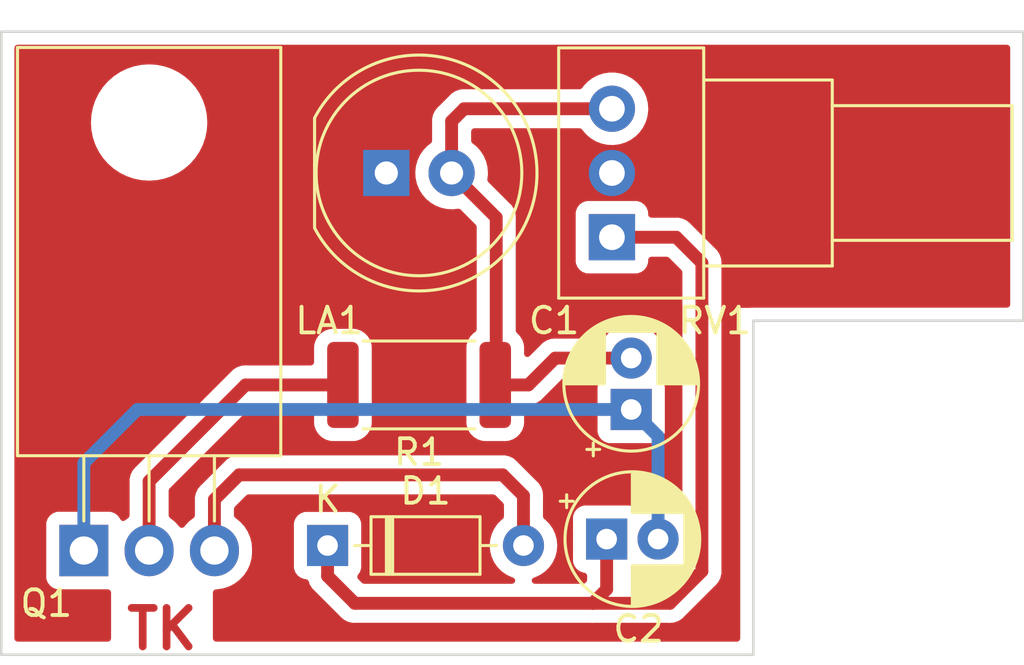
<source format=kicad_pcb>
(kicad_pcb (version 20211014) (generator pcbnew)
  (layers (0 "F.Cu" signal) (31 "B.Cu" signal) (34 "B.Paste" user) (35 "F.Paste" user) (36 "B.SilkS" user "B.Silkscreen") (37 "F.SilkS" user "F.Silkscreen") (38 "B.Mask" user) (39 "F.Mask" user) (44 "Edge.Cuts" user))
  (net 0 "")
  (net 1 "Net-(C1-Pad1)")
  (net 2 "Net-(C1-Pad2)")
  (net 3 "Net-(C2-Pad1)")
  (net 4 "Net-(D1-Pad2)")
  (net 5 "GND")
  (net 6 "Net-(Q1-Pad2)")
  (footprint "Potentiometer_THT:Potentiometer_Alps_RK09Y11_Single_Horizontal" (layer "F.Cu") (at 157.75 68 180)
    (fp_text reference "RV1" (at -4 -3.25) (layer "F.SilkS"))
    (fp_text value "R_Potentiometer")
    (fp_line (start -3.57 6.12) (end -8.57 6.12) (layer "F.SilkS") (width 0.12))
    (fp_line (start -8.57 -0.12) (end -15.57 -0.12) (layer "F.SilkS") (width 0.12))
    (fp_line (start -8.57 6.12) (end -8.57 -1.12) (layer "F.SilkS") (width 0.12))
    (fp_line (start -3.57 7.37) (end -3.57 -2.37) (layer "F.SilkS") (width 0.12))
    (fp_line (start 2.071 7.37) (end 2.071 -2.37) (layer "F.SilkS") (width 0.12))
    (fp_line (start -3.57 -1.12) (end -8.57 -1.12) (layer "F.SilkS") (width 0.12))
    (fp_line (start 2.071 7.37) (end -3.57 7.37) (layer "F.SilkS") (width 0.12))
    (fp_line (start -8.57 5.12) (end -15.57 5.12) (layer "F.SilkS") (width 0.12))
    (fp_line (start -15.57 5.12) (end -15.57 -0.12) (layer "F.SilkS") (width 0.12))
    (fp_line (start 2.071 -2.37) (end -3.57 -2.37) (layer "F.SilkS") (width 0.12))
    (pad "1" thru_hole rect (at 0 0) (size 1.8 1.8) (drill 1) (layers *.Cu *.Mask) (net 3 "Net-(C2-Pad1)"))
    (pad "2" thru_hole circle (at 0 2.5) (size 1.8 1.8) (drill 1) (layers *.Cu *.Mask) (net 5 "GND"))
    (pad "3" thru_hole circle (at 0 5) (size 1.8 1.8) (drill 1) (layers *.Cu *.Mask) (net 2 "Net-(C1-Pad2)"))
  )
  (footprint "Capacitor_THT:CP_Radial_D5.0mm_P2.00mm" (layer "F.Cu") (at 157.544888 79.75)
    (fp_text reference "C2" (at 1.24 3.5) (layer "F.SilkS"))
    (fp_text value "100nF")
    (fp_line (start 2.761 1.04) (end 2.761 1.901) (layer "F.SilkS") (width 0.12))
    (fp_line (start 1.961 1.04) (end 1.961 2.398) (layer "F.SilkS") (width 0.12))
    (fp_line (start 1.68 1.04) (end 1.68 2.491) (layer "F.SilkS") (width 0.12))
    (fp_line (start 2.801 1.04) (end 2.801 1.864) (layer "F.SilkS") (width 0.12))
    (fp_line (start 1.6 1.04) (end 1.6 2.511) (layer "F.SilkS") (width 0.12))
    (fp_line (start 2.321 1.04) (end 2.321 2.224) (layer "F.SilkS") (width 0.12))
    (fp_line (start 1.28 -2.565) (end 1.28 -1.04) (layer "F.SilkS") (width 0.12))
    (fp_line (start 1.12 1.04) (end 1.12 2.578) (layer "F.SilkS") (width 0.12))
    (fp_line (start -1.804775 -1.475) (end -1.304775 -1.475) (layer "F.SilkS") (width 0.12))
    (fp_line (start 2.281 -2.247) (end 2.281 -1.04) (layer "F.SilkS") (width 0.12))
    (fp_line (start 3.121 -1.5) (end 3.121 1.5) (layer "F.SilkS") (width 0.12))
    (fp_line (start 2.561 1.04) (end 2.561 2.065) (layer "F.SilkS") (width 0.12))
    (fp_line (start 1.64 1.04) (end 1.64 2.501) (layer "F.SilkS") (width 0.12))
    (fp_line (start 2.521 -2.095) (end 2.521 -1.04) (layer "F.SilkS") (width 0.12))
    (fp_line (start 3.081 -1.554) (end 3.081 1.554) (layer "F.SilkS") (width 0.12))
    (fp_line (start 2.121 1.04) (end 2.121 2.329) (layer "F.SilkS") (width 0.12))
    (fp_line (start 2.041 -2.365) (end 2.041 -1.04) (layer "F.SilkS") (width 0.12))
    (fp_line (start 1.801 1.04) (end 1.801 2.455) (layer "F.SilkS") (width 0.12))
    (fp_line (start 2.361 -2.2) (end 2.361 -1.04) (layer "F.SilkS") (width 0.12))
    (fp_line (start 3.241 -1.319) (end 3.241 1.319) (layer "F.SilkS") (width 0.12))
    (fp_line (start 2.681 1.04) (end 2.681 1.971) (layer "F.SilkS") (width 0.12))
    (fp_line (start 1.16 1.04) (end 1.16 2.576) (layer "F.SilkS") (width 0.12))
    (fp_line (start 1.56 -2.52) (end 1.56 -1.04) (layer "F.SilkS") (width 0.12))
    (fp_line (start 2.521 1.04) (end 2.521 2.095) (layer "F.SilkS") (width 0.12))
    (fp_line (start 1.721 -2.48) (end 1.721 -1.04) (layer "F.SilkS") (width 0.12))
    (fp_line (start 3.001 -1.653) (end 3.001 -1.04) (layer "F.SilkS") (width 0.12))
    (fp_line (start 2.281 1.04) (end 2.281 2.247) (layer "F.SilkS") (width 0.12))
    (fp_line (start 1.881 1.04) (end 1.881 2.428) (layer "F.SilkS") (width 0.12))
    (fp_line (start 2.641 1.04) (end 2.641 2.004) (layer "F.SilkS") (width 0.12))
    (fp_line (start 2.721 1.04) (end 2.721 1.937) (layer "F.SilkS") (width 0.12))
    (fp_line (start 2.801 -1.864) (end 2.801 -1.04) (layer "F.SilkS") (width 0.12))
    (fp_line (start 1.2 1.04) (end 1.2 2.573) (layer "F.SilkS") (width 0.12))
    (fp_line (start 1 1.04) (end 1 2.58) (layer "F.SilkS") (width 0.12))
    (fp_line (start -1.554775 -1.725) (end -1.554775 -1.225) (layer "F.SilkS") (width 0.12))
    (fp_line (start 1.2 -2.573) (end 1.2 -1.04) (layer "F.SilkS") (width 0.12))
    (fp_line (start 2.441 -2.149) (end 2.441 -1.04) (layer "F.SilkS") (width 0.12))
    (fp_line (start 2.601 -2.035) (end 2.601 -1.04) (layer "F.SilkS") (width 0.12))
    (fp_line (start 1.921 -2.414) (end 1.921 -1.04) (layer "F.SilkS") (width 0.12))
    (fp_line (start 2.081 -2.348) (end 2.081 -1.04) (layer "F.SilkS") (width 0.12))
    (fp_line (start 1.64 -2.501) (end 1.64 -1.04) (layer "F.SilkS") (width 0.12))
    (fp_line (start 1.36 -2.556) (end 1.36 -1.04) (layer "F.SilkS") (width 0.12))
    (fp_line (start 1.721 1.04) (end 1.721 2.48) (layer "F.SilkS") (width 0.12))
    (fp_line (start 3.201 -1.383) (end 3.201 1.383) (layer "F.SilkS") (width 0.12))
    (fp_line (start 2.001 1.04) (end 2.001 2.382) (layer "F.SilkS") (width 0.12))
    (fp_line (start 1.36 1.04) (end 1.36 2.556) (layer "F.SilkS") (width 0.12))
    (fp_line (start 2.881 -1.785) (end 2.881 -1.04) (layer "F.SilkS") (width 0.12))
    (fp_line (start 2.161 -2.31) (end 2.161 -1.04) (layer "F.SilkS") (width 0.12))
    (fp_line (start 1.44 1.04) (end 1.44 2.543) (layer "F.SilkS") (width 0.12))
    (fp_line (start 2.081 1.04) (end 2.081 2.348) (layer "F.SilkS") (width 0.12))
    (fp_line (start 1.761 1.04) (end 1.761 2.468) (layer "F.SilkS") (width 0.12))
    (fp_line (start 2.121 -2.329) (end 2.121 -1.04) (layer "F.SilkS") (width 0.12))
    (fp_line (start 1.28 1.04) (end 1.28 2.565) (layer "F.SilkS") (width 0.12))
    (fp_line (start 2.921 1.04) (end 2.921 1.743) (layer "F.SilkS") (width 0.12))
    (fp_line (start 1.921 1.04) (end 1.921 2.414) (layer "F.SilkS") (width 0.12))
    (fp_line (start 1.08 1.04) (end 1.08 2.579) (layer "F.SilkS") (width 0.12))
    (fp_line (start 2.241 1.04) (end 2.241 2.268) (layer "F.SilkS") (width 0.12))
    (fp_line (start 3.161 -1.443) (end 3.161 1.443) (layer "F.SilkS") (width 0.12))
    (fp_line (start 2.841 -1.826) (end 2.841 -1.04) (layer "F.SilkS") (width 0.12))
    (fp_line (start 1.881 -2.428) (end 1.881 -1.04) (layer "F.SilkS") (width 0.12))
    (fp_line (start 3.321 -1.178) (end 3.321 1.178) (layer "F.SilkS") (width 0.12))
    (fp_line (start 1.68 -2.491) (end 1.68 -1.04) (layer "F.SilkS") (width 0.12))
    (fp_line (start 2.001 -2.382) (end 2.001 -1.04) (layer "F.SilkS") (width 0.12))
    (fp_line (start 1.24 1.04) (end 1.24 2.569) (layer "F.SilkS") (width 0.12))
    (fp_line (start 1.52 -2.528) (end 1.52 -1.04) (layer "F.SilkS") (width 0.12))
    (fp_line (start 1 -2.58) (end 1 -1.04) (layer "F.SilkS") (width 0.12))
    (fp_line (start 2.401 1.04) (end 2.401 2.175) (layer "F.SilkS") (width 0.12))
    (fp_line (start 1.801 -2.455) (end 1.801 -1.04) (layer "F.SilkS") (width 0.12))
    (fp_line (start 2.161 1.04) (end 2.161 2.31) (layer "F.SilkS") (width 0.12))
    (fp_line (start 1.761 -2.468) (end 1.761 -1.04) (layer "F.SilkS") (width 0.12))
    (fp_line (start 1.961 -2.398) (end 1.961 -1.04) (layer "F.SilkS") (width 0.12))
    (fp_line (start 2.561 -2.065) (end 2.561 -1.04) (layer "F.SilkS") (width 0.12))
    (fp_line (start 2.961 -1.699) (end 2.961 -1.04) (layer "F.SilkS") (width 0.12))
    (fp_line (start 2.201 1.04) (end 2.201 2.29) (layer "F.SilkS") (width 0.12))
    (fp_line (start 2.681 -1.971) (end 2.681 -1.04) (layer "F.SilkS") (width 0.12))
    (fp_line (start 1.16 -2.576) (end 1.16 -1.04) (layer "F.SilkS") (width 0.12))
    (fp_line (start 1.6 -2.511) (end 1.6 -1.04) (layer "F.SilkS") (width 0.12))
    (fp_line (start 2.961 1.04) (end 2.961 1.699) (layer "F.SilkS") (width 0.12))
    (fp_line (start 3.601 -0.284) (end 3.601 0.284) (layer "F.SilkS") (width 0.12))
    (fp_line (start 2.241 -2.268) (end 2.241 -1.04) (layer "F.SilkS") (width 0.12))
    (fp_line (start 2.481 1.04) (end 2.481 2.122) (layer "F.SilkS") (width 0.12))
    (fp_line (start 1.841 1.04) (end 1.841 2.442) (layer "F.SilkS") (width 0.12))
    (fp_line (start 1.48 -2.536) (end 1.48 -1.04) (layer "F.SilkS") (width 0.12))
    (fp_line (start 2.921 -1.743) (end 2.921 -1.04) (layer "F.SilkS") (width 0.12))
    (fp_line (start 1.04 1.04) (end 1.04 2.58) (layer "F.SilkS") (width 0.12))
    (fp_line (start 2.761 -1.901) (end 2.761 -1.04) (layer "F.SilkS") (width 0.12))
    (fp_line (start 2.441 1.04) (end 2.441 2.149) (layer "F.SilkS") (width 0.12))
    (fp_line (start 1.12 -2.578) (end 1.12 -1.04) (layer "F.SilkS") (width 0.12))
    (fp_line (start 1.4 -2.55) (end 1.4 -1.04) (layer "F.SilkS") (width 0.12))
    (fp_line (start 3.041 -1.605) (end 3.041 1.605) (layer "F.SilkS") (width 0.12))
    (fp_line (start 2.321 -2.224) (end 2.321 -1.04) (layer "F.SilkS") (width 0.12))
    (fp_line (start 1.52 1.04) (end 1.52 2.528) (layer "F.SilkS") (width 0.12))
    (fp_line (start 3.401 -1.011) (end 3.401 1.011) (layer "F.SilkS") (width 0.12))
    (fp_line (start 1.841 -2.442) (end 1.841 -1.04) (layer "F.SilkS") (width 0.12))
    (fp_line (start 2.881 1.04) (end 2.881 1.785) (layer "F.SilkS") (width 0.12))
    (fp_line (start 1.32 -2.561) (end 1.32 -1.04) (layer "F.SilkS") (width 0.12))
    (fp_line (start 2.401 -2.175) (end 2.401 -1.04) (layer "F.SilkS") (width 0.12))
    (fp_line (start 3.281 -1.251) (end 3.281 1.251) (layer "F.SilkS") (width 0.12))
    (fp_line (start 1.44 -2.543) (end 1.44 -1.04) (layer "F.SilkS") (width 0.12))
    (fp_line (start 2.481 -2.122) (end 2.481 -1.04) (layer "F.SilkS") (width 0.12))
    (fp_line (start 1.4 1.04) (end 1.4 2.55) (layer "F.SilkS") (width 0.12))
    (fp_line (start 2.361 1.04) (end 2.361 2.2) (layer "F.SilkS") (width 0.12))
    (fp_line (start 3.001 1.04) (end 3.001 1.653) (layer "F.SilkS") (width 0.12))
    (fp_line (start 2.641 -2.004) (end 2.641 -1.04) (layer "F.SilkS") (width 0.12))
    (fp_line (start 1.04 -2.58) (end 1.04 -1.04) (layer "F.SilkS") (width 0.12))
    (fp_line (start 3.561 -0.518) (end 3.561 0.518) (layer "F.SilkS") (width 0.12))
    (fp_line (start 2.841 1.04) (end 2.841 1.826) (layer "F.SilkS") (width 0.12))
    (fp_line (start 1.32 1.04) (end 1.32 2.561) (layer "F.SilkS") (width 0.12))
    (fp_line (start 1.56 1.04) (end 1.56 2.52) (layer "F.SilkS") (width 0.12))
    (fp_line (start 3.441 -0.915) (end 3.441 0.915) (layer "F.SilkS") (width 0.12))
    (fp_line (start 2.041 1.04) (end 2.041 2.365) (layer "F.SilkS") (width 0.12))
    (fp_line (start 1.48 1.04) (end 1.48 2.536) (layer "F.SilkS") (width 0.12))
    (fp_line (start 1.08 -2.579) (end 1.08 -1.04) (layer "F.SilkS") (width 0.12))
    (fp_line (start 2.721 -1.937) (end 2.721 -1.04) (layer "F.SilkS") (width 0.12))
    (fp_line (start 2.201 -2.29) (end 2.201 -1.04) (layer "F.SilkS") (width 0.12))
    (fp_line (start 3.521 -0.677) (end 3.521 0.677) (layer "F.SilkS") (width 0.12))
    (fp_line (start 3.481 -0.805) (end 3.481 0.805) (layer "F.SilkS") (width 0.12))
    (fp_line (start 2.601 1.04) (end 2.601 2.035) (layer "F.SilkS") (width 0.12))
    (fp_line (start 3.361 -1.098) (end 3.361 1.098) (layer "F.SilkS") (width 0.12))
    (fp_line (start 1.24 -2.569) (end 1.24 -1.04) (layer "F.SilkS") (width 0.12))
    (fp_circle (center 1 0) (end 3.62 0) (layer "F.SilkS") (width 0.12) (fill none))
    (pad "1" thru_hole rect (at 0 0) (size 1.6 1.6) (drill 0.8) (layers *.Cu *.Mask) (net 3 "Net-(C2-Pad1)"))
    (pad "2" thru_hole circle (at 2 0) (size 1.6 1.6) (drill 0.8) (layers *.Cu *.Mask) (net 1 "Net-(C1-Pad1)"))
  )
  (footprint "Resistor_SMD:R_2512_6332Metric" (layer "F.Cu") (at 150.25 73.75 180)
    (fp_text reference "R1" (at 0 -2.62) (layer "F.SilkS"))
    (fp_text value "3.9k")
    (fp_line (start -2.177064 1.71) (end 2.177064 1.71) (layer "F.SilkS") (width 0.12))
    (fp_line (start -2.177064 -1.71) (end 2.177064 -1.71) (layer "F.SilkS") (width 0.12))
    (pad "1" smd roundrect (at -2.9625 0 180) (size 1.225 3.35) (layers "F.Cu" "F.Paste" "F.Mask") (roundrect_rratio 0.2040816327) (net 2 "Net-(C1-Pad2)"))
    (pad "2" smd roundrect (at 2.9625 0 180) (size 1.225 3.35) (layers "F.Cu" "F.Paste" "F.Mask") (roundrect_rratio 0.2040816327) (net 6 "Net-(Q1-Pad2)"))
  )
  (footprint "Package_TO_SOT_THT:TO-220-3_Horizontal_TabDown" (layer "F.Cu") (at 137.21 80.195)
    (fp_text reference "Q1" (at -1.46 2.055) (layer "F.SilkS"))
    (fp_text value "BT139-600")
    (fp_line (start -2.58 -19.58) (end -2.58 -3.69) (layer "F.SilkS") (width 0.12))
    (fp_line (start 2.54 -3.69) (end 2.54 -1.15) (layer "F.SilkS") (width 0.12))
    (fp_line (start -2.58 -3.69) (end 7.66 -3.69) (layer "F.SilkS") (width 0.12))
    (fp_line (start 5.08 -3.69) (end 5.08 -1.15) (layer "F.SilkS") (width 0.12))
    (fp_line (start 7.66 -19.58) (end 7.66 -3.69) (layer "F.SilkS") (width 0.12))
    (fp_line (start -2.58 -19.58) (end 7.66 -19.58) (layer "F.SilkS") (width 0.12))
    (fp_line (start 0 -3.69) (end 0 -1.15) (layer "F.SilkS") (width 0.12))
    (pad "" np_thru_hole oval (at 2.54 -16.66) (size 3.5 3.5) (drill 3.5) (layers *.Cu *.Mask))
    (pad "1" thru_hole rect (at 0 0) (size 1.905 2) (drill 1.1) (layers *.Cu *.Mask) (net 1 "Net-(C1-Pad1)"))
    (pad "2" thru_hole oval (at 2.54 0) (size 1.905 2) (drill 1.1) (layers *.Cu *.Mask) (net 6 "Net-(Q1-Pad2)"))
    (pad "3" thru_hole oval (at 5.08 0) (size 1.905 2) (drill 1.1) (layers *.Cu *.Mask) (net 4 "Net-(D1-Pad2)"))
  )
  (footprint "LED_THT:LED_D8.0mm" (layer "F.Cu") (at 148.975 65.5)
    (fp_text reference "LA1" (at -2.225 5.75) (layer "F.SilkS"))
    (fp_text value "Lamp")
    (fp_line (start -2.79 -2.142) (end -2.79 2.142) (layer "F.SilkS") (width 0.12))
    (fp_arc (start 5.86 -0.000486) (mid 2.373119 4.455472) (end -2.79 2.141145) (layer "F.SilkS") (width 0.12))
    (fp_arc (start -2.79 -2.141145) (mid 2.373119 -4.455472) (end 5.86 0.000486) (layer "F.SilkS") (width 0.12))
    (fp_circle (center 1.27 0) (end 5.27 0) (layer "F.SilkS") (width 0.12) (fill none))
    (pad "1" thru_hole rect (at 0 0) (size 1.8 1.8) (drill 0.9) (layers *.Cu *.Mask) (net 5 "GND"))
    (pad "2" thru_hole circle (at 2.54 0) (size 1.8 1.8) (drill 0.9) (layers *.Cu *.Mask) (net 2 "Net-(C1-Pad2)"))
  )
  (footprint "Capacitor_THT:CP_Radial_D5.0mm_P2.00mm" (layer "F.Cu") (at 158.5 74.705112 90)
    (fp_text reference "C1" (at 3.455112 -3 180) (layer "F.SilkS"))
    (fp_text value "10nF")
    (fp_line (start 1.6 -2.511) (end 1.6 -1.04) (layer "F.SilkS") (width 0.12))
    (fp_line (start 3.121 -1.5) (end 3.121 1.5) (layer "F.SilkS") (width 0.12))
    (fp_line (start 2.721 1.04) (end 2.721 1.937) (layer "F.SilkS") (width 0.12))
    (fp_line (start 2.081 1.04) (end 2.081 2.348) (layer "F.SilkS") (width 0.12))
    (fp_line (start 1.881 -2.428) (end 1.881 -1.04) (layer "F.SilkS") (width 0.12))
    (fp_line (start 1.52 1.04) (end 1.52 2.528) (layer "F.SilkS") (width 0.12))
    (fp_line (start 1.48 -2.536) (end 1.48 -1.04) (layer "F.SilkS") (width 0.12))
    (fp_line (start 2.161 -2.31) (end 2.161 -1.04) (layer "F.SilkS") (width 0.12))
    (fp_line (start 1.64 -2.501) (end 1.64 -1.04) (layer "F.SilkS") (width 0.12))
    (fp_line (start 2.961 -1.699) (end 2.961 -1.04) (layer "F.SilkS") (width 0.12))
    (fp_line (start 1.36 1.04) (end 1.36 2.556) (layer "F.SilkS") (width 0.12))
    (fp_line (start 1.4 1.04) (end 1.4 2.55) (layer "F.SilkS") (width 0.12))
    (fp_line (start 3.041 -1.605) (end 3.041 1.605) (layer "F.SilkS") (width 0.12))
    (fp_line (start 2.441 -2.149) (end 2.441 -1.04) (layer "F.SilkS") (width 0.12))
    (fp_line (start 1.24 1.04) (end 1.24 2.569) (layer "F.SilkS") (width 0.12))
    (fp_line (start 1.16 -2.576) (end 1.16 -1.04) (layer "F.SilkS") (width 0.12))
    (fp_line (start 1 1.04) (end 1 2.58) (layer "F.SilkS") (width 0.12))
    (fp_line (start 2.481 1.04) (end 2.481 2.122) (layer "F.SilkS") (width 0.12))
    (fp_line (start 2.121 1.04) (end 2.121 2.329) (layer "F.SilkS") (width 0.12))
    (fp_line (start 2.401 -2.175) (end 2.401 -1.04) (layer "F.SilkS") (width 0.12))
    (fp_line (start 2.321 -2.224) (end 2.321 -1.04) (layer "F.SilkS") (width 0.12))
    (fp_line (start 1.2 1.04) (end 1.2 2.573) (layer "F.SilkS") (width 0.12))
    (fp_line (start 1.64 1.04) (end 1.64 2.501) (layer "F.SilkS") (width 0.12))
    (fp_line (start 1.801 1.04) (end 1.801 2.455) (layer "F.SilkS") (width 0.12))
    (fp_line (start 2.681 1.04) (end 2.681 1.971) (layer "F.SilkS") (width 0.12))
    (fp_line (start 3.441 -0.915) (end 3.441 0.915) (layer "F.SilkS") (width 0.12))
    (fp_line (start 1.32 1.04) (end 1.32 2.561) (layer "F.SilkS") (width 0.12))
    (fp_line (start 2.801 1.04) (end 2.801 1.864) (layer "F.SilkS") (width 0.12))
    (fp_line (start 3.241 -1.319) (end 3.241 1.319) (layer "F.SilkS") (width 0.12))
    (fp_line (start 3.001 -1.653) (end 3.001 -1.04) (layer "F.SilkS") (width 0.12))
    (fp_line (start 2.201 1.04) (end 2.201 2.29) (layer "F.SilkS") (width 0.12))
    (fp_line (start 1.721 -2.48) (end 1.721 -1.04) (layer "F.SilkS") (width 0.12))
    (fp_line (start 2.921 -1.743) (end 2.921 -1.04) (layer "F.SilkS") (width 0.12))
    (fp_line (start 1.44 -2.543) (end 1.44 -1.04) (layer "F.SilkS") (width 0.12))
    (fp_line (start 1.12 1.04) (end 1.12 2.578) (layer "F.SilkS") (width 0.12))
    (fp_line (start 1.6 1.04) (end 1.6 2.511) (layer "F.SilkS") (width 0.12))
    (fp_line (start -1.804775 -1.475) (end -1.304775 -1.475) (layer "F.SilkS") (width 0.12))
    (fp_line (start 2.401 1.04) (end 2.401 2.175) (layer "F.SilkS") (width 0.12))
    (fp_line (start -1.554775 -1.725) (end -1.554775 -1.225) (layer "F.SilkS") (width 0.12))
    (fp_line (start 2.041 1.04) (end 2.041 2.365) (layer "F.SilkS") (width 0.12))
    (fp_line (start 2.321 1.04) (end 2.321 2.224) (layer "F.SilkS") (width 0.12))
    (fp_line (start 2.561 1.04) (end 2.561 2.065) (layer "F.SilkS") (width 0.12))
    (fp_line (start 2.961 1.04) (end 2.961 1.699) (layer "F.SilkS") (width 0.12))
    (fp_line (start 2.001 1.04) (end 2.001 2.382) (layer "F.SilkS") (width 0.12))
    (fp_line (start 1.761 -2.468) (end 1.761 -1.04) (layer "F.SilkS") (width 0.12))
    (fp_line (start 1.721 1.04) (end 1.721 2.48) (layer "F.SilkS") (width 0.12))
    (fp_line (start 1.36 -2.556) (end 1.36 -1.04) (layer "F.SilkS") (width 0.12))
    (fp_line (start 3.601 -0.284) (end 3.601 0.284) (layer "F.SilkS") (width 0.12))
    (fp_line (start 2.241 1.04) (end 2.241 2.268) (layer "F.SilkS") (width 0.12))
    (fp_line (start 2.881 1.04) (end 2.881 1.785) (layer "F.SilkS") (width 0.12))
    (fp_line (start 2.361 -2.2) (end 2.361 -1.04) (layer "F.SilkS") (width 0.12))
    (fp_line (start 2.641 -2.004) (end 2.641 -1.04) (layer "F.SilkS") (width 0.12))
    (fp_line (start 1.56 1.04) (end 1.56 2.52) (layer "F.SilkS") (width 0.12))
    (fp_line (start 2.281 -2.247) (end 2.281 -1.04) (layer "F.SilkS") (width 0.12))
    (fp_line (start 3.361 -1.098) (end 3.361 1.098) (layer "F.SilkS") (width 0.12))
    (fp_line (start 2.841 -1.826) (end 2.841 -1.04) (layer "F.SilkS") (width 0.12))
    (fp_line (start 1.961 -2.398) (end 1.961 -1.04) (layer "F.SilkS") (width 0.12))
    (fp_line (start 2.521 1.04) (end 2.521 2.095) (layer "F.SilkS") (width 0.12))
    (fp_line (start 2.001 -2.382) (end 2.001 -1.04) (layer "F.SilkS") (width 0.12))
    (fp_line (start 1.761 1.04) (end 1.761 2.468) (layer "F.SilkS") (width 0.12))
    (fp_line (start 1.841 1.04) (end 1.841 2.442) (layer "F.SilkS") (width 0.12))
    (fp_line (start 1.2 -2.573) (end 1.2 -1.04) (layer "F.SilkS") (width 0.12))
    (fp_line (start 2.641 1.04) (end 2.641 2.004) (layer "F.SilkS") (width 0.12))
    (fp_line (start 2.561 -2.065) (end 2.561 -1.04) (layer "F.SilkS") (width 0.12))
    (fp_line (start 1.961 1.04) (end 1.961 2.398) (layer "F.SilkS") (width 0.12))
    (fp_line (start 1.921 -2.414) (end 1.921 -1.04) (layer "F.SilkS") (width 0.12))
    (fp_line (start 2.601 -2.035) (end 2.601 -1.04) (layer "F.SilkS") (width 0.12))
    (fp_line (start 2.201 -2.29) (end 2.201 -1.04) (layer "F.SilkS") (width 0.12))
    (fp_line (start 3.081 -1.554) (end 3.081 1.554) (layer "F.SilkS") (width 0.12))
    (fp_line (start 2.881 -1.785) (end 2.881 -1.04) (layer "F.SilkS") (width 0.12))
    (fp_line (start 2.481 -2.122) (end 2.481 -1.04) (layer "F.SilkS") (width 0.12))
    (fp_line (start 2.801 -1.864) (end 2.801 -1.04) (layer "F.SilkS") (width 0.12))
    (fp_line (start 1.16 1.04) (end 1.16 2.576) (layer "F.SilkS") (width 0.12))
    (fp_line (start 3.321 -1.178) (end 3.321 1.178) (layer "F.SilkS") (width 0.12))
    (fp_line (start 2.081 -2.348) (end 2.081 -1.04) (layer "F.SilkS") (width 0.12))
    (fp_line (start 3.001 1.04) (end 3.001 1.653) (layer "F.SilkS") (width 0.12))
    (fp_line (start 2.921 1.04) (end 2.921 1.743) (layer "F.SilkS") (width 0.12))
    (fp_line (start 2.601 1.04) (end 2.601 2.035) (layer "F.SilkS") (width 0.12))
    (fp_line (start 1.4 -2.55) (end 1.4 -1.04) (layer "F.SilkS") (width 0.12))
    (fp_line (start 1.48 1.04) (end 1.48 2.536) (layer "F.SilkS") (width 0.12))
    (fp_line (start 1.04 -2.58) (end 1.04 -1.04) (layer "F.SilkS") (width 0.12))
    (fp_line (start 2.041 -2.365) (end 2.041 -1.04) (layer "F.SilkS") (width 0.12))
    (fp_line (start 1.28 -2.565) (end 1.28 -1.04) (layer "F.SilkS") (width 0.12))
    (fp_line (start 3.401 -1.011) (end 3.401 1.011) (layer "F.SilkS") (width 0.12))
    (fp_line (start 3.201 -1.383) (end 3.201 1.383) (layer "F.SilkS") (width 0.12))
    (fp_line (start 2.761 -1.901) (end 2.761 -1.04) (layer "F.SilkS") (width 0.12))
    (fp_line (start 1.68 -2.491) (end 1.68 -1.04) (layer "F.SilkS") (width 0.12))
    (fp_line (start 3.561 -0.518) (end 3.561 0.518) (layer "F.SilkS") (width 0.12))
    (fp_line (start 1.801 -2.455) (end 1.801 -1.04) (layer "F.SilkS") (width 0.12))
    (fp_line (start 2.521 -2.095) (end 2.521 -1.04) (layer "F.SilkS") (width 0.12))
    (fp_line (start 2.361 1.04) (end 2.361 2.2) (layer "F.SilkS") (width 0.12))
    (fp_line (start 1.04 1.04) (end 1.04 2.58) (layer "F.SilkS") (width 0.12))
    (fp_line (start 2.761 1.04) (end 2.761 1.901) (layer "F.SilkS") (width 0.12))
    (fp_line (start 1.32 -2.561) (end 1.32 -1.04) (layer "F.SilkS") (width 0.12))
    (fp_line (start 1.28 1.04) (end 1.28 2.565) (layer "F.SilkS") (width 0.12))
    (fp_line (start 1.44 1.04) (end 1.44 2.543) (layer "F.SilkS") (width 0.12))
    (fp_line (start 1.841 -2.442) (end 1.841 -1.04) (layer "F.SilkS") (width 0.12))
    (fp_line (start 1.08 1.04) (end 1.08 2.579) (layer "F.SilkS") (width 0.12))
    (fp_line (start 1.08 -2.579) (end 1.08 -1.04) (layer "F.SilkS") (width 0.12))
    (fp_line (start 3.481 -0.805) (end 3.481 0.805) (layer "F.SilkS") (width 0.12))
    (fp_line (start 2.281 1.04) (end 2.281 2.247) (layer "F.SilkS") (width 0.12))
    (fp_line (start 1.24 -2.569) (end 1.24 -1.04) (layer "F.SilkS") (width 0.12))
    (fp_line (start 2.681 -1.971) (end 2.681 -1.04) (layer "F.SilkS") (width 0.12))
    (fp_line (start 1.881 1.04) (end 1.881 2.428) (layer "F.SilkS") (width 0.12))
    (fp_line (start 2.121 -2.329) (end 2.121 -1.04) (layer "F.SilkS") (width 0.12))
    (fp_line (start 1.921 1.04) (end 1.921 2.414) (layer "F.SilkS") (width 0.12))
    (fp_line (start 1 -2.58) (end 1 -1.04) (layer "F.SilkS") (width 0.12))
    (fp_line (start 1.52 -2.528) (end 1.52 -1.04) (layer "F.SilkS") (width 0.12))
    (fp_line (start 2.841 1.04) (end 2.841 1.826) (layer "F.SilkS") (width 0.12))
    (fp_line (start 3.281 -1.251) (end 3.281 1.251) (layer "F.SilkS") (width 0.12))
    (fp_line (start 1.12 -2.578) (end 1.12 -1.04) (layer "F.SilkS") (width 0.12))
    (fp_line (start 3.521 -0.677) (end 3.521 0.677) (layer "F.SilkS") (width 0.12))
    (fp_line (start 2.241 -2.268) (end 2.241 -1.04) (layer "F.SilkS") (width 0.12))
    (fp_line (start 3.161 -1.443) (end 3.161 1.443) (layer "F.SilkS") (width 0.12))
    (fp_line (start 2.721 -1.937) (end 2.721 -1.04) (layer "F.SilkS") (width 0.12))
    (fp_line (start 1.56 -2.52) (end 1.56 -1.04) (layer "F.SilkS") (width 0.12))
    (fp_line (start 1.68 1.04) (end 1.68 2.491) (layer "F.SilkS") (width 0.12))
    (fp_line (start 2.441 1.04) (end 2.441 2.149) (layer "F.SilkS") (width 0.12))
    (fp_line (start 2.161 1.04) (end 2.161 2.31) (layer "F.SilkS") (width 0.12))
    (fp_circle (center 1 0) (end 3.62 0) (layer "F.SilkS") (width 0.12) (fill none))
    (pad "1" thru_hole rect (at 0 0 90) (size 1.6 1.6) (drill 0.8) (layers *.Cu *.Mask) (net 1 "Net-(C1-Pad1)"))
    (pad "2" thru_hole circle (at 2 0 90) (size 1.6 1.6) (drill 0.8) (layers *.Cu *.Mask) (net 2 "Net-(C1-Pad2)"))
  )
  (footprint "Diode_THT:D_DO-35_SOD27_P7.62mm_Horizontal" (layer "F.Cu") (at 146.69 80)
    (fp_text reference "D1" (at 3.81 -2.12) (layer "F.SilkS"))
    (fp_text value "DB3")
    (fp_text user "K" (at 0 -1.8) (layer "F.SilkS"))
    (fp_line (start 6.58 0) (end 5.93 0) (layer "F.SilkS") (width 0.12))
    (fp_line (start 2.41 -1.12) (end 2.41 1.12) (layer "F.SilkS") (width 0.12))
    (fp_line (start 5.93 1.12) (end 5.93 -1.12) (layer "F.SilkS") (width 0.12))
    (fp_line (start 2.29 -1.12) (end 2.29 1.12) (layer "F.SilkS") (width 0.12))
    (fp_line (start 1.04 0) (end 1.69 0) (layer "F.SilkS") (width 0.12))
    (fp_line (start 1.69 1.12) (end 5.93 1.12) (layer "F.SilkS") (width 0.12))
    (fp_line (start 1.69 -1.12) (end 1.69 1.12) (layer "F.SilkS") (width 0.12))
    (fp_line (start 2.53 -1.12) (end 2.53 1.12) (layer "F.SilkS") (width 0.12))
    (fp_line (start 5.93 -1.12) (end 1.69 -1.12) (layer "F.SilkS") (width 0.12))
    (pad "1" thru_hole rect (at 0 0) (size 1.6 1.6) (drill 0.8) (layers *.Cu *.Mask) (net 3 "Net-(C2-Pad1)"))
    (pad "2" thru_hole oval (at 7.62 0) (size 1.6 1.6) (drill 0.8) (layers *.Cu *.Mask) (net 4 "Net-(D1-Pad2)"))
  )
  (gr_poly (pts (xy 173.75 71.25) (xy 163.25 71.25) (xy 163.25 84.25) (xy 134 84.25) (xy 134 60) (xy 173.75 60)) (layer "Edge.Cuts") (width 0.1) (fill none))
  (gr_text "TK" (at 140.25 83.25) (layer "F.Cu") (effects (font (size 1.5 1.5) (thickness 0.3))))
  (segment (start 137.21 80.195) (end 137.21 76.79) (width 0.5) (layer "B.Cu") (net 1))
  (segment (start 137.21 76.79) (end 139.294888 74.705112) (width 0.5) (layer "B.Cu") (net 1))
  (segment (start 159.544888 75.75) (end 158.5 74.705112) (width 0.5) (layer "B.Cu") (net 1))
  (segment (start 139.294888 74.705112) (end 158.5 74.705112) (width 0.5) (layer "B.Cu") (net 1))
  (segment (start 159.544888 79.75) (end 159.544888 75.75) (width 0.5) (layer "B.Cu") (net 1))
  (segment (start 154.5 73.75) (end 155.544888 72.705112) (width 0.5) (layer "F.Cu") (net 2))
  (segment (start 153.2125 73.75) (end 154.5 73.75) (width 0.5) (layer "F.Cu") (net 2))
  (segment (start 151.515 63.485) (end 152 63) (width 0.5) (layer "F.Cu") (net 2))
  (segment (start 152 63) (end 157.75 63) (width 0.5) (layer "F.Cu") (net 2))
  (segment (start 151.515 65.5) (end 153.25 67.235) (width 0.5) (layer "F.Cu") (net 2))
  (segment (start 155.544888 72.705112) (end 158.5 72.705112) (width 0.5) (layer "F.Cu") (net 2))
  (segment (start 153.25 67.235) (end 153.25 73.7125) (width 0.5) (layer "F.Cu") (net 2))
  (segment (start 153.25 73.7125) (end 153.2125 73.75) (width 0.5) (layer "F.Cu") (net 2))
  (segment (start 151.515 65.5) (end 151.515 63.485) (width 0.5) (layer "F.Cu") (net 2))
  (segment (start 160.25 68) (end 161.25 69) (width 0.5) (layer "F.Cu") (net 3))
  (segment (start 161.25 81) (end 160 82.25) (width 0.5) (layer "F.Cu") (net 3))
  (segment (start 157 82.25) (end 157.544888 81.705112) (width 0.5) (layer "F.Cu") (net 3))
  (segment (start 157.75 68) (end 160.25 68) (width 0.5) (layer "F.Cu") (net 3))
  (segment (start 160 82.25) (end 157 82.25) (width 0.5) (layer "F.Cu") (net 3))
  (segment (start 157.544888 81.705112) (end 157.544888 79.75) (width 0.5) (layer "F.Cu") (net 3))
  (segment (start 147.75 82.25) (end 157 82.25) (width 0.5) (layer "F.Cu") (net 3))
  (segment (start 146.69 81.19) (end 147.75 82.25) (width 0.5) (layer "F.Cu") (net 3))
  (segment (start 161.25 69) (end 161.25 81) (width 0.5) (layer "F.Cu") (net 3))
  (segment (start 146.69 80) (end 146.69 81.19) (width 0.5) (layer "F.Cu") (net 3))
  (segment (start 153.5 77.25) (end 143.25 77.25) (width 0.5) (layer "F.Cu") (net 4))
  (segment (start 154.31 80) (end 154.31 78.06) (width 0.5) (layer "F.Cu") (net 4))
  (segment (start 154.31 78.06) (end 153.5 77.25) (width 0.5) (layer "F.Cu") (net 4))
  (segment (start 143.25 77.25) (end 142.29 78.21) (width 0.5) (layer "F.Cu") (net 4))
  (segment (start 142.29 78.21) (end 142.29 80.195) (width 0.5) (layer "F.Cu") (net 4))
  (segment (start 160 61) (end 161.25 62.25) (width 0.5) (layer "F.Cu") (net 5))
  (segment (start 160 65.5) (end 157.75 65.5) (width 0.5) (layer "F.Cu") (net 5))
  (segment (start 161.25 62.25) (end 161.25 64.25) (width 0.5) (layer "F.Cu") (net 5))
  (segment (start 148.975 62.775) (end 150.75 61) (width 0.5) (layer "F.Cu") (net 5))
  (segment (start 148.975 65.5) (end 148.975 62.775) (width 0.5) (layer "F.Cu") (net 5))
  (segment (start 150.75 61) (end 160 61) (width 0.5) (layer "F.Cu") (net 5))
  (segment (start 161.25 64.25) (end 160 65.5) (width 0.5) (layer "F.Cu") (net 5))
  (segment (start 139.75 77.5) (end 143.5 73.75) (width 0.5) (layer "F.Cu") (net 6))
  (segment (start 139.75 80.195) (end 139.75 77.5) (width 0.5) (layer "F.Cu") (net 6))
  (segment (start 143.5 73.75) (end 147.2875 73.75) (width 0.5) (layer "F.Cu") (net 6))
  (zone (net 5) (net_name "GND") (layer "F.Cu") (connect_pads yes (clearance 0.508)) (min_thickness 0.254) (fill yes (thermal_gap 0.508) (thermal_bridge_width 0.508))
    (polygon (pts (xy 173.5 70.75) (xy 162.75 70.75) (xy 162.75 83.75) (xy 134.25 83.75) (xy 134.25 60.25) (xy 173.5 60.25)))
  )
)
</source>
